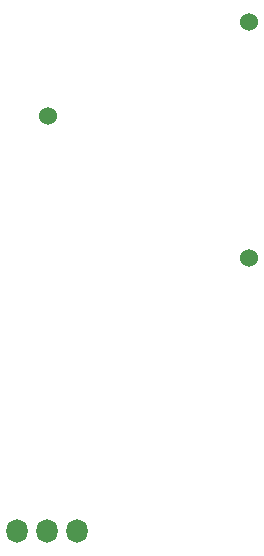
<source format=gbl>
%FSDAX23Y23*%
%MOIN*%
%SFA1B1*%

%IPPOS*%
%ADD15C,0.060000*%
%ADD16O,0.071000X0.079000*%
%LNelectrodo-1*%
%LPD*%
G54D15*
X02717Y02323D03*
Y03110D03*
X02047Y02795D03*
G54D16*
X01945Y01413D03*
X02145D03*
X01945D03*
X02045D03*
M02*
</source>
